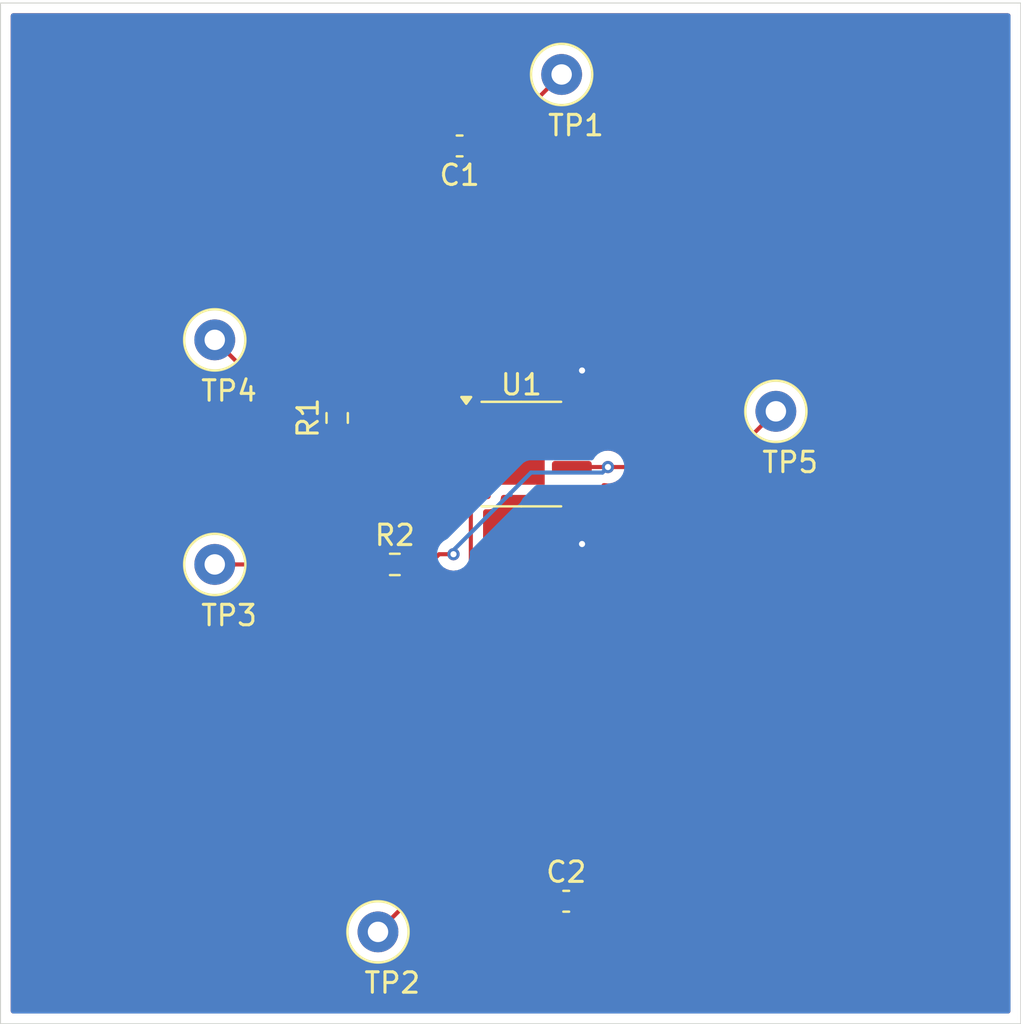
<source format=kicad_pcb>
(kicad_pcb (version 20240108) (generator "pcbnew") (generator_version "8.0")
  (layers (0 "F.Cu" signal) (31 "B.Cu" signal) (34 "B.Paste" user) (35 "F.Paste" user) (36 "B.SilkS" user "B.Silkscreen") (37 "F.SilkS" user "F.Silkscreen") (38 "B.Mask" user) (39 "F.Mask" user) (44 "Edge.Cuts" user))
  (net 0 "")
  (net 1 "GNDPWR")
  (net 2 "Net-(U1--)")
  (net 3 "Net-(R2-Pad2)")
  (net 4 "Net-(U1-+)")
  (net 5 "Net-(U1-V+)")
  (net 6 "Net-(U1-V-)")
  (footprint "Resistor_SMD:R_0603_1608Metric" (layer "F.Cu") (at 116.5 120.325 90)
    (property "Reference" "R1" (at 0 -1.43 90) (layer "F.SilkS"))
    (property "Value" "1000R")
    (fp_line (start -0.237258 -0.5225) (end 0.237258 -0.5225) (stroke (width 0.12)) (layer "F.SilkS"))
    (fp_line (start -0.237258 0.5225) (end 0.237258 0.5225) (stroke (width 0.12)) (layer "F.SilkS"))
    (pad "1" smd roundrect (at -0.825 0 90) (size 0.8 0.95) (layers "F.Cu" "F.Paste" "F.Mask") (net 2 "Net-(U1--)"))
    (pad "2" smd roundrect (at 0.825 0 90) (size 0.8 0.95) (layers "F.Cu" "F.Paste" "F.Mask") (net 1 "GNDPWR"))
  )
  (footprint "TestPoint:TestPoint_Loop_D1.80mm_Drill1.0mm_Beaded" (layer "F.Cu") (at 127.5 103.5)
    (property "Reference" "TP1" (at 0.7 2.5 0) (layer "F.SilkS"))
    (property "Value" "V+ = 12V")
    (fp_circle (center 0 0) (end 1.5 0) (stroke (width 0.12)) (fill none) (layer "F.SilkS"))
    (pad "1" thru_hole circle (at 0 0) (size 2 2) (drill 1) (layers "*.Cu" "*.Mask") (net 5 "Net-(U1-V+)"))
  )
  (footprint "Capacitor_SMD:C_0603_1608Metric" (layer "F.Cu") (at 127.725 144)
    (property "Reference" "C2" (at 0 -1.43 0) (layer "F.SilkS"))
    (property "Value" "1uC")
    (fp_line (start -0.14058 -0.51) (end 0.14058 -0.51) (stroke (width 0.12)) (layer "F.SilkS"))
    (fp_line (start -0.14058 0.51) (end 0.14058 0.51) (stroke (width 0.12)) (layer "F.SilkS"))
    (pad "1" smd roundrect (at -0.775 0) (size 0.9 0.95) (layers "F.Cu" "F.Paste" "F.Mask") (net 6 "Net-(U1-V-)"))
    (pad "2" smd roundrect (at 0.775 0) (size 0.9 0.95) (layers "F.Cu" "F.Paste" "F.Mask") (net 1 "GNDPWR"))
  )
  (footprint "Package_SO:SOIC-8-1EP_3.9x4.9mm_P1.27mm_EP2.29x3mm" (layer "F.Cu") (at 125.525 122.095)
    (property "Reference" "U1" (at 0 -3.4 0) (layer "F.SilkS"))
    (property "Value" "LM741")
    (fp_line (start 0 -2.56) (end -1.95 -2.56) (stroke (width 0.12)) (layer "F.SilkS"))
    (fp_line (start 0 -2.56) (end 1.95 -2.56) (stroke (width 0.12)) (layer "F.SilkS"))
    (fp_line (start 0 2.56) (end -1.95 2.56) (stroke (width 0.12)) (layer "F.SilkS"))
    (fp_line (start 0 2.56) (end 1.95 2.56) (stroke (width 0.12)) (layer "F.SilkS"))
    (fp_poly (pts (xy -2.7 -2.465) (xy -2.94 -2.795) (xy -2.46 -2.795) (xy -2.7 -2.465)) (stroke (width 0.12)) (fill solid) (layer "F.SilkS"))
    (pad "1" smd roundrect (at -2.475 -1.905) (size 1.95 0.6) (layers "F.Cu" "F.Paste" "F.Mask") (net 1 "GNDPWR"))
    (pad "2" smd roundrect (at -2.475 -0.635) (size 1.95 0.6) (layers "F.Cu" "F.Paste" "F.Mask") (net 2 "Net-(U1--)"))
    (pad "3" smd roundrect (at -2.475 0.635) (size 1.95 0.6) (layers "F.Cu" "F.Paste" "F.Mask") (net 4 "Net-(U1-+)"))
    (pad "4" smd roundrect (at -2.475 1.905) (size 1.95 0.6) (layers "F.Cu" "F.Paste" "F.Mask") (net 6 "Net-(U1-V-)"))
    (pad "5" smd roundrect (at 2.475 1.905) (size 1.95 0.6) (layers "F.Cu" "F.Paste" "F.Mask") (net 1 "GNDPWR"))
    (pad "6" smd roundrect (at 2.475 0.635) (size 1.95 0.6) (layers "F.Cu" "F.Paste" "F.Mask") (net 3 "Net-(R2-Pad2)"))
    (pad "7" smd roundrect (at 2.475 -0.635) (size 1.95 0.6) (layers "F.Cu" "F.Paste" "F.Mask") (net 5 "Net-(U1-V+)"))
    (pad "8" smd roundrect (at 2.475 -1.905) (size 1.95 0.6) (layers "F.Cu" "F.Paste" "F.Mask"))
    (pad "9" smd rect (at 0 0) (size 2.29 3) (property pad_prop_heatsink) (layers "F.Cu" "F.Mask"))
  )
  (footprint "TestPoint:TestPoint_Loop_D1.80mm_Drill1.0mm_Beaded" (layer "F.Cu") (at 138 120)
    (property "Reference" "TP5" (at 0.7 2.5 0) (layer "F.SilkS"))
    (property "Value" "Vout = 3V")
    (fp_circle (center 0 0) (end 1.5 0) (stroke (width 0.12)) (fill none) (layer "F.SilkS"))
    (pad "1" thru_hole circle (at 0 0) (size 2 2) (drill 1) (layers "*.Cu" "*.Mask") (net 3 "Net-(R2-Pad2)"))
  )
  (footprint "Resistor_SMD:R_0603_1608Metric" (layer "F.Cu") (at 119.325 127.5)
    (property "Reference" "R2" (at 0 -1.43 0) (layer "F.SilkS"))
    (property "Value" "1000R")
    (fp_line (start -0.237258 -0.5225) (end 0.237258 -0.5225) (stroke (width 0.12)) (layer "F.SilkS"))
    (fp_line (start -0.237258 0.5225) (end 0.237258 0.5225) (stroke (width 0.12)) (layer "F.SilkS"))
    (pad "1" smd roundrect (at -0.825 0) (size 0.8 0.95) (layers "F.Cu" "F.Paste" "F.Mask") (net 4 "Net-(U1-+)"))
    (pad "2" smd roundrect (at 0.825 0) (size 0.8 0.95) (layers "F.Cu" "F.Paste" "F.Mask") (net 3 "Net-(R2-Pad2)"))
  )
  (footprint "TestPoint:TestPoint_Loop_D1.80mm_Drill1.0mm_Beaded" (layer "F.Cu") (at 118.5 145.5)
    (property "Reference" "TP2" (at 0.7 2.5 0) (layer "F.SilkS"))
    (property "Value" "V- = -12V")
    (fp_circle (center 0 0) (end 1.5 0) (stroke (width 0.12)) (fill none) (layer "F.SilkS"))
    (pad "1" thru_hole circle (at 0 0) (size 2 2) (drill 1) (layers "*.Cu" "*.Mask") (net 6 "Net-(U1-V-)"))
  )
  (footprint "TestPoint:TestPoint_Loop_D1.80mm_Drill1.0mm_Beaded" (layer "F.Cu") (at 110.5 116.5)
    (property "Reference" "TP4" (at 0.7 2.5 0) (layer "F.SilkS"))
    (property "Value" "-ve input = 1.5V")
    (fp_circle (center 0 0) (end 1.5 0) (stroke (width 0.12)) (fill none) (layer "F.SilkS"))
    (pad "1" thru_hole circle (at 0 0) (size 2 2) (drill 1) (layers "*.Cu" "*.Mask") (net 2 "Net-(U1--)"))
  )
  (footprint "Capacitor_SMD:C_0603_1608Metric" (layer "F.Cu") (at 122.5 107 180)
    (property "Reference" "C1" (at 0 -1.43 0) (layer "F.SilkS"))
    (property "Value" "1uC")
    (fp_line (start -0.14058 0.51) (end 0.14058 0.51) (stroke (width 0.12)) (layer "F.SilkS"))
    (fp_line (start -0.14058 -0.51) (end 0.14058 -0.51) (stroke (width 0.12)) (layer "F.SilkS"))
    (pad "1" smd roundrect (at -0.775 0 180) (size 0.9 0.95) (layers "F.Cu" "F.Paste" "F.Mask") (net 5 "Net-(U1-V+)"))
    (pad "2" smd roundrect (at 0.775 0 180) (size 0.9 0.95) (layers "F.Cu" "F.Paste" "F.Mask") (net 1 "GNDPWR"))
  )
  (footprint "TestPoint:TestPoint_Loop_D1.80mm_Drill1.0mm_Beaded" (layer "F.Cu") (at 110.5 127.5)
    (property "Reference" "TP3" (at 0.7 2.5 0) (layer "F.SilkS"))
    (property "Value" "+ve input")
    (fp_circle (center 0 0) (end 1.5 0) (stroke (width 0.12)) (fill none) (layer "F.SilkS"))
    (pad "1" thru_hole circle (at 0 0) (size 2 2) (drill 1) (layers "*.Cu" "*.Mask") (net 4 "Net-(U1-+)"))
  )
  (gr_rect (start 100 100) (end 150 150) (stroke (width 0.05)) (fill none) (layer "Edge.Cuts"))
  (segment (start 128.5 124.5) (end 128 124) (width 0.2) (layer "F.Cu") (net 1))
  (segment (start 121.725 118.865) (end 122.43 119.57) (width 0.2) (layer "F.Cu") (net 1))
  (segment (start 128 117.5) (end 128.5 118) (width 0.2) (layer "F.Cu") (net 1))
  (segment (start 128.5 144) (end 128.5 124.5) (width 0.2) (layer "F.Cu") (net 1))
  (segment (start 116.5 119.5) (end 122.36 119.5) (width 0.2) (layer "F.Cu") (net 1))
  (segment (start 122.43 119.57) (end 123.05 120.19) (width 0.2) (layer "F.Cu") (net 1))
  (segment (start 122.36 119.5) (end 122.43 119.57) (width 0.2) (layer "F.Cu") (net 1))
  (segment (start 121.725 117.5) (end 128 117.5) (width 0.2) (layer "F.Cu") (net 1))
  (segment (start 121.725 107) (end 121.725 117.5) (width 0.2) (layer "F.Cu") (net 1))
  (segment (start 121.725 117.5) (end 121.725 118.865) (width 0.2) (layer "F.Cu") (net 1))
  (via (at 128.5 118) (size 0.6) (drill 0.3) (layers "F.Cu" "B.Cu") (net 1))
  (via (at 128.5 126.5) (size 0.6) (drill 0.3) (layers "F.Cu" "B.Cu") (net 1))
  (segment (start 132.1 121.6) (end 132.1 122.978529) (width 0.2) (layer "B.Cu") (net 1))
  (segment (start 132.1 122.978529) (end 128.578529 126.5) (width 0.2) (layer "B.Cu") (net 1))
  (segment (start 128.5 118) (end 132.1 121.6) (width 0.2) (layer "B.Cu") (net 1))
  (segment (start 128.578529 126.5) (end 128.5 126.5) (width 0.2) (layer "B.Cu") (net 1))
  (segment (start 116 121.15) (end 116.5 121.15) (width 0.2) (layer "F.Cu") (net 2))
  (segment (start 116 121.15) (end 116.31 121.46) (width 0.2) (layer "F.Cu") (net 2))
  (segment (start 116.31 121.46) (end 123.05 121.46) (width 0.2) (layer "F.Cu") (net 2))
  (segment (start 110.5 116.5) (end 115.15 121.15) (width 0.2) (layer "F.Cu") (net 2))
  (segment (start 115.15 121.15) (end 116 121.15) (width 0.2) (layer "F.Cu") (net 2))
  (segment (start 131.5 122.73) (end 135.27 122.73) (width 0.2) (layer "F.Cu") (net 3))
  (segment (start 135.27 122.73) (end 138 120) (width 0.2) (layer "F.Cu") (net 3))
  (segment (start 121 127.5) (end 121.5 127) (width 0.2) (layer "F.Cu") (net 3))
  (segment (start 121.5 127) (end 122.200003 127) (width 0.2) (layer "F.Cu") (net 3))
  (segment (start 128 122.73) (end 131.5 122.73) (width 0.2) (layer "F.Cu") (net 3))
  (segment (start 120.15 127.5) (end 121 127.5) (width 0.2) (layer "F.Cu") (net 3))
  (via (at 129.77 122.73) (size 0.6) (drill 0.3) (layers "F.Cu" "B.Cu") (net 3))
  (via (at 122.200003 127) (size 0.6) (drill 0.3) (layers "F.Cu" "B.Cu") (net 3))
  (segment (start 125 124) (end 125 124.095002) (width 0.2) (layer "B.Cu") (net 3))
  (segment (start 129.5 123) (end 126 123) (width 0.2) (layer "B.Cu") (net 3))
  (segment (start 122.200003 126.799997) (end 125 124) (width 0.2) (layer "B.Cu") (net 3))
  (segment (start 129.5 123) (end 129.77 122.73) (width 0.2) (layer "B.Cu") (net 3))
  (segment (start 122.200003 127) (end 122.200003 126.799997) (width 0.2) (layer "B.Cu") (net 3))
  (segment (start 126 123) (end 125 124) (width 0.2) (layer "B.Cu") (net 3))
  (segment (start 118.5 126.305001) (end 122.075001 122.73) (width 0.2) (layer "F.Cu") (net 4))
  (segment (start 118.5 127.5) (end 118.5 126.305001) (width 0.2) (layer "F.Cu") (net 4))
  (segment (start 122.075001 122.73) (end 123.05 122.73) (width 0.2) (layer "F.Cu") (net 4))
  (segment (start 118.5 127.5) (end 110.5 127.5) (width 0.2) (layer "F.Cu") (net 4))
  (segment (start 123.275 107) (end 123.275 109.775) (width 0.2) (layer "F.Cu") (net 5))
  (segment (start 123.275 107) (end 124 107) (width 0.2) (layer "F.Cu") (net 5))
  (segment (start 131 117.5) (end 131 119.434999) (width 0.2) (layer "F.Cu") (net 5))
  (segment (start 128.974999 121.46) (end 128 121.46) (width 0.2) (layer "F.Cu") (net 5))
  (segment (start 131 119.434999) (end 128.974999 121.46) (width 0.2) (layer "F.Cu") (net 5))
  (segment (start 123.275 109.775) (end 131 117.5) (width 0.2) (layer "F.Cu") (net 5))
  (segment (start 124 107) (end 127.5 103.5) (width 0.2) (layer "F.Cu") (net 5))
  (segment (start 123.05 124) (end 123.05 140.95) (width 0.2) (layer "F.Cu") (net 6))
  (segment (start 123.05 140.95) (end 118.5 145.5) (width 0.2) (layer "F.Cu") (net 6))
  (segment (start 126.95 144) (end 120 144) (width 0.2) (layer "F.Cu") (net 6))
  (segment (start 120 144) (end 118.5 145.5) (width 0.2) (layer "F.Cu") (net 6))
  (zone (net 1) (net_name "GNDPWR") (layer "F.Cu") (connect_pads (clearance 0.5)) (min_thickness 0.25) (fill yes (thermal_gap 0.5) (thermal_bridge_width 0.5))
    (polygon (pts (xy 150 100) (xy 100 100) (xy 100 150) (xy 150 150)))
  )
  (zone (net 1) (net_name "GNDPWR") (layer "B.Cu") (priority 1) (connect_pads (clearance 0.5)) (min_thickness 0.25) (fill yes (thermal_gap 0.5) (thermal_bridge_width 0.5))
    (polygon (pts (xy 149.5 149.5) (xy 100.5 149.5) (xy 100.5 100.5) (xy 149.5 100.5)))
  )
)
</source>
